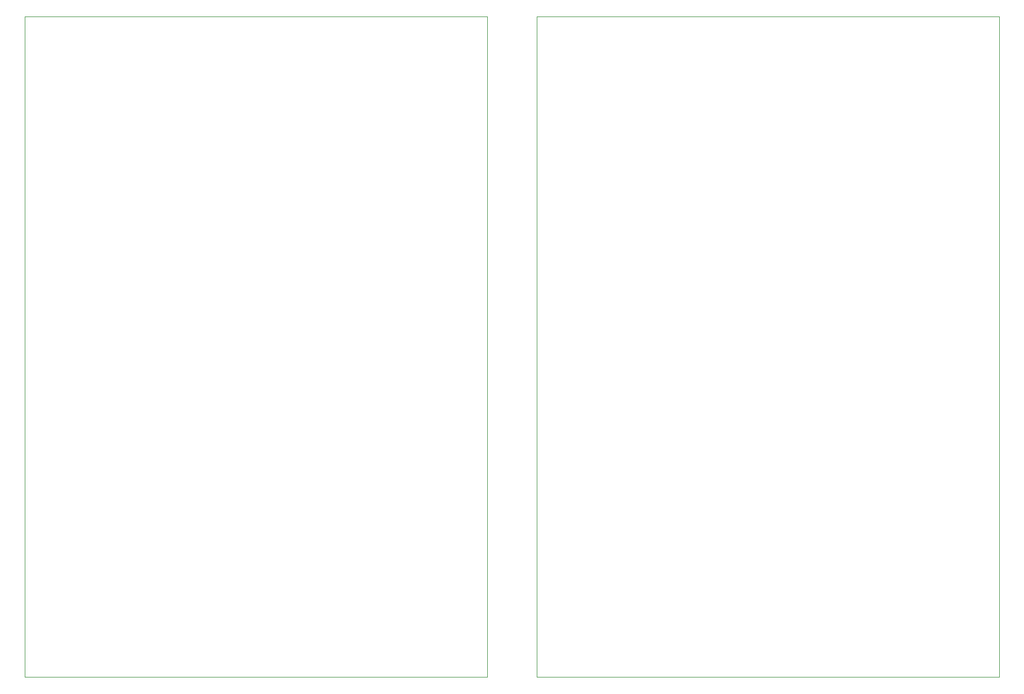
<source format=gbr>
%TF.GenerationSoftware,KiCad,Pcbnew,(6.0.8)*%
%TF.CreationDate,2022-12-05T13:38:34-05:00*%
%TF.ProjectId,MIDIViolina,4d494449-5669-46f6-9c69-6e612e6b6963,1.00*%
%TF.SameCoordinates,PX4163808PY853a720*%
%TF.FileFunction,Profile,NP*%
%FSLAX46Y46*%
G04 Gerber Fmt 4.6, Leading zero omitted, Abs format (unit mm)*
G04 Created by KiCad (PCBNEW (6.0.8)) date 2022-12-05 13:38:34*
%MOMM*%
%LPD*%
G01*
G04 APERTURE LIST*
%TA.AperFunction,Profile*%
%ADD10C,0.100000*%
%TD*%
G04 APERTURE END LIST*
D10*
X71120000Y0D02*
X0Y0D01*
X0Y0D02*
X0Y101600000D01*
X0Y101600000D02*
X71120000Y101600000D01*
X71120000Y101600000D02*
X71120000Y0D01*
X149875000Y0D02*
X78755000Y0D01*
X78755000Y0D02*
X78755000Y101600000D01*
X78755000Y101600000D02*
X149875000Y101600000D01*
X149875000Y101600000D02*
X149875000Y0D01*
M02*

</source>
